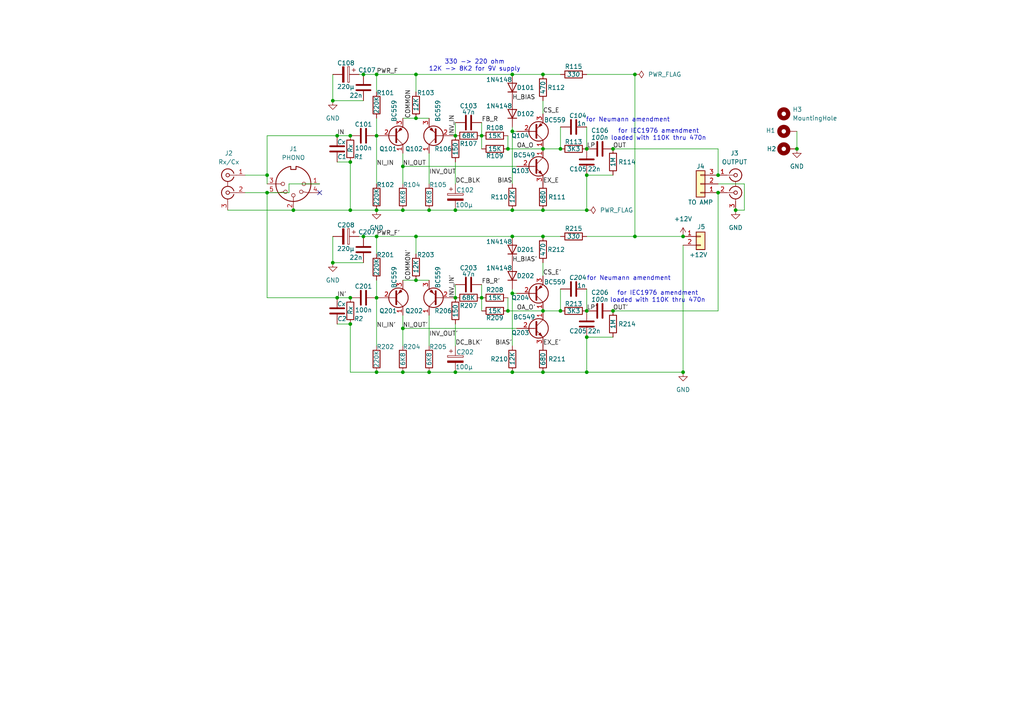
<source format=kicad_sch>
(kicad_sch (version 20231120) (generator "eeschema") (generator_version "8.0")
  (paper "A4")
  (title_block (title "103 phono preamp") (date "2025-02-12") (rev "v1") (company "TuchAudio @zuiko21"))
  (lib_symbols
    (symbol "Connector:Conn_Coaxial_x2" (pin_names (offset 1.016) hide)
      (property "Reference" "J" (at 0 5.715 0))
      (property "Value" "Conn_Coaxial_x2" (at 2.921 0 90))
      (symbol "Conn_Coaxial_x2_0_1"
        (arc (start -1.778 -3.048) (mid 0.2311 -4.3466) (end 1.778 -2.54) (stroke (width 0.254)))
        (arc (start -1.778 2.032) (mid 0.2311 0.7334) (end 1.778 2.54) (stroke (width 0.254)))
        (circle (center 0 -2.54) (radius 0.508) (stroke (width 0.2032)))
        (polyline (pts (xy -2.54 -2.54) (xy -0.508 -2.54)))
        (polyline (pts (xy -2.54 2.54) (xy -0.508 2.54)))
        (polyline (pts (xy 0 -5.08) (xy 0 -4.318)))
        (polyline (pts (xy 0 0.762) (xy 0 -0.635)))
        (circle (center 0 2.54) (radius 0.508) (stroke (width 0.2032)))
        (arc (start 1.778 -2.54) (mid 0.2099 -0.7299) (end -1.778 -2.032) (stroke (width 0.254)))
        (arc (start 1.778 2.54) (mid 0.2099 4.3501) (end -1.778 3.048) (stroke (width 0.254)))
      )
      (symbol "Conn_Coaxial_x2_1_1"
        (pin passive line (at -5.08 2.54 0) (length 2.54) (name "IN1") (number "1"))
        (pin passive line (at -5.08 -2.54 0) (length 2.54) (name "IN2") (number "2"))
        (pin passive line (at 0 -7.62 90) (length 2.54) (name "EXT") (number "3"))
      )
    )
    (symbol "Connector:DIN-5_180degree" (pin_names (offset 1.016))
      (property "Reference" "J" (at 3.175 5.715 0))
      (property "Value" "DIN-5_180degree" (at 0 -6.35 0))
      (symbol "DIN-5_180degree_0_1"
        (arc (start -5.08 0) (mid -3.8609 -3.3364) (end -0.762 -5.08) (stroke (width 0.254)))
        (circle (center -3.048 0) (radius 0.508))
        (circle (center -2.286 2.286) (radius 0.508))
        (polyline (pts (xy -5.08 0) (xy -3.556 0)))
        (polyline (pts (xy 0 5.08) (xy 0 3.81)))
        (polyline (pts (xy 5.08 0) (xy 3.556 0)))
        (polyline (pts (xy -5.08 2.54) (xy -4.318 2.54) (xy -2.794 2.286)))
        (polyline (pts (xy 5.08 2.54) (xy 4.318 2.54) (xy 2.794 2.286)))
        (polyline (pts (xy -0.762 -4.953) (xy -0.762 -4.191) (xy 0.762 -4.191) (xy 0.762 -4.953)) (stroke (width 0.254)))
        (circle (center 0 3.302) (radius 0.508))
        (arc (start 0.762 -5.08) (mid 3.8685 -3.343) (end 5.08 0) (stroke (width 0.254)))
        (circle (center 2.286 2.286) (radius 0.508))
        (circle (center 3.048 0) (radius 0.508))
        (arc (start 5.08 0) (mid 0 5.0579) (end -5.08 0) (stroke (width 0.254)))
      )
      (symbol "DIN-5_180degree_1_1"
        (pin passive line (at -7.62 0 0) (length 2.54) (name "~") (number "1"))
        (pin passive line (at 0 7.62 270) (length 2.54) (name "~") (number "2"))
        (pin passive line (at 7.62 0 180) (length 2.54) (name "~") (number "3"))
        (pin passive line (at -7.62 2.54 0) (length 2.54) (name "~") (number "4"))
        (pin passive line (at 7.62 2.54 180) (length 2.54) (name "~") (number "5"))
      )
    )
    (symbol "Connector_Generic:Conn_01x02" (pin_names (offset 1.016) hide)
      (property "Reference" "J" (at 0 2.54 0))
      (property "Value" "Conn_01x02" (at 0 -5.08 0))
      (symbol "Conn_01x02_1_1"
        (rectangle (start -1.27 -2.413) (end 0 -2.667) (stroke (width 0.1524)))
        (rectangle (start -1.27 0.127) (end 0 -0.127) (stroke (width 0.1524)))
        (rectangle (start -1.27 1.27) (end 1.27 -3.81) (stroke (width 0.254)) (fill (type background)))
        (pin passive line (at -5.08 0 0) (length 3.81) (name "Pin_1") (number "1"))
        (pin passive line (at -5.08 -2.54 0) (length 3.81) (name "Pin_2") (number "2"))
      )
    )
    (symbol "Connector_Generic:Conn_01x03" (pin_names (offset 1.016) hide)
      (property "Reference" "J" (at 0 5.08 0))
      (property "Value" "Conn_01x03" (at 0 -5.08 0))
      (symbol "Conn_01x03_1_1"
        (rectangle (start -1.27 -2.413) (end 0 -2.667) (stroke (width 0.1524)))
        (rectangle (start -1.27 0.127) (end 0 -0.127) (stroke (width 0.1524)))
        (rectangle (start -1.27 2.667) (end 0 2.413) (stroke (width 0.1524)))
        (rectangle (start -1.27 3.81) (end 1.27 -3.81) (stroke (width 0.254)) (fill (type background)))
        (pin passive line (at -5.08 2.54 0) (length 3.81) (name "Pin_1") (number "1"))
        (pin passive line (at -5.08 0 0) (length 3.81) (name "Pin_2") (number "2"))
        (pin passive line (at -5.08 -2.54 0) (length 3.81) (name "Pin_3") (number "3"))
      )
    )
    (symbol "Device:C" (pin_numbers hide) (pin_names (offset 0.254))
      (property "Reference" "C" (at 0.635 2.54 0))
      (property "Value" "C" (at 0.635 -2.54 0))
      (symbol "C_0_1"
        (polyline (pts (xy -2.032 -0.762) (xy 2.032 -0.762)) (stroke (width 0.508)))
        (polyline (pts (xy -2.032 0.762) (xy 2.032 0.762)) (stroke (width 0.508)))
      )
      (symbol "C_1_1"
        (pin passive line (at 0 3.81 270) (length 2.794) (name "~") (number "1"))
        (pin passive line (at 0 -3.81 90) (length 2.794) (name "~") (number "2"))
      )
    )
    (symbol "Device:C_Polarized" (pin_numbers hide) (pin_names (offset 0.254))
      (property "Reference" "C" (at 0.635 2.54 0))
      (property "Value" "C_Polarized" (at 0.635 -2.54 0))
      (symbol "C_Polarized_0_1"
        (rectangle (start -2.286 0.508) (end 2.286 1.016))
        (polyline (pts (xy -1.778 2.286) (xy -0.762 2.286)))
        (polyline (pts (xy -1.27 2.794) (xy -1.27 1.778)))
        (rectangle (start 2.286 -0.508) (end -2.286 -1.016) (fill (type outline)))
      )
      (symbol "C_Polarized_1_1"
        (pin passive line (at 0 3.81 270) (length 2.794) (name "~") (number "1"))
        (pin passive line (at 0 -3.81 90) (length 2.794) (name "~") (number "2"))
      )
    )
    (symbol "Device:R" (pin_numbers hide) (pin_names (offset 0))
      (property "Reference" "R" (at 2.032 0 90))
      (property "Value" "R" (at 0 0 90))
      (symbol "R_0_1"
        (rectangle (start -1.016 -2.54) (end 1.016 2.54) (stroke (width 0.254)))
      )
      (symbol "R_1_1"
        (pin passive line (at 0 3.81 270) (length 1.27) (name "~") (number "1"))
        (pin passive line (at 0 -3.81 90) (length 1.27) (name "~") (number "2"))
      )
    )
    (symbol "Diode:1N4148" (pin_numbers hide) (pin_names hide)
      (property "Reference" "D" (at 0 2.54 0))
      (property "Value" "1N4148" (at 0 -2.54 0))
      (symbol "1N4148_0_1"
        (polyline (pts (xy -1.27 1.27) (xy -1.27 -1.27)) (stroke (width 0.254)))
        (polyline (pts (xy 1.27 0) (xy -1.27 0)))
        (polyline (pts (xy 1.27 1.27) (xy 1.27 -1.27) (xy -1.27 0) (xy 1.27 1.27)) (stroke (width 0.254)))
      )
      (symbol "1N4148_1_1"
        (pin passive line (at -3.81 0 0) (length 2.54) (name "K") (number "1"))
        (pin passive line (at 3.81 0 180) (length 2.54) (name "A") (number "2"))
      )
    )
    (symbol "Mechanical:MountingHole" (pin_names (offset 1.016)) (exclude_from_sim yes) (in_bom no)
      (property "Reference" "H" (at 0 5.08 0))
      (property "Value" "MountingHole" (at 0 3.175 0))
      (symbol "MountingHole_0_1"
        (circle (center 0 0) (radius 1.27) (stroke (width 1.27)))
      )
    )
    (symbol "Mechanical:MountingHole_Pad" (pin_numbers hide) (pin_names (offset 1.016) hide) (exclude_from_sim yes) (in_bom no)
      (property "Reference" "H" (at 0 6.35 0))
      (property "Value" "MountingHole_Pad" (at 0 4.445 0))
      (symbol "MountingHole_Pad_0_1"
        (circle (center 0 1.27) (radius 1.27) (stroke (width 1.27)))
      )
      (symbol "MountingHole_Pad_1_1"
        (pin input line (at 0 -2.54 90) (length 2.54) (name "1") (number "1"))
      )
    )
    (symbol "Transistor_BJT:BC549" (pin_names (offset 0) hide)
      (property "Reference" "Q" (at 5.08 1.905 0))
      (property "Value" "BC549" (at 5.08 0 0))
      (symbol "BC549_0_1"
        (polyline (pts (xy 0 0) (xy 0.635 0)))
        (polyline (pts (xy 0.635 0.635) (xy 2.54 2.54)))
        (polyline (pts (xy 0.635 -0.635) (xy 2.54 -2.54) (xy 2.54 -2.54)))
        (polyline (pts (xy 0.635 1.905) (xy 0.635 -1.905) (xy 0.635 -1.905)) (stroke (width 0.508)))
        (polyline (pts (xy 1.27 -1.778) (xy 1.778 -1.27) (xy 2.286 -2.286) (xy 1.27 -1.778) (xy 1.27 -1.778)) (fill (type outline)))
        (circle (center 1.27 0) (radius 2.8194) (stroke (width 0.254)))
      )
      (symbol "BC549_1_1"
        (pin passive line (at 2.54 5.08 270) (length 2.54) (name "C") (number "1"))
        (pin input line (at -5.08 0 0) (length 5.08) (name "B") (number "2"))
        (pin passive line (at 2.54 -5.08 90) (length 2.54) (name "E") (number "3"))
      )
    )
    (symbol "Transistor_BJT:BC559" (pin_names (offset 0) hide)
      (property "Reference" "Q" (at 5.08 1.905 0))
      (property "Value" "BC559" (at 5.08 0 0))
      (symbol "BC559_0_1"
        (polyline (pts (xy 0.635 0.635) (xy 2.54 2.54)))
        (polyline (pts (xy 0.635 -0.635) (xy 2.54 -2.54) (xy 2.54 -2.54)))
        (polyline (pts (xy 0.635 1.905) (xy 0.635 -1.905) (xy 0.635 -1.905)) (stroke (width 0.508)))
        (polyline (pts (xy 2.286 -1.778) (xy 1.778 -2.286) (xy 1.27 -1.27) (xy 2.286 -1.778) (xy 2.286 -1.778)) (fill (type outline)))
        (circle (center 1.27 0) (radius 2.8194) (stroke (width 0.254)))
      )
      (symbol "BC559_1_1"
        (pin passive line (at 2.54 5.08 270) (length 2.54) (name "C") (number "1"))
        (pin input line (at -5.08 0 0) (length 5.715) (name "B") (number "2"))
        (pin passive line (at 2.54 -5.08 90) (length 2.54) (name "E") (number "3"))
      )
    )
    (symbol "power:+12V" (power) (pin_numbers hide) (pin_names (offset 0) hide)
      (property "Value" "+12V" (at 0 3.556 0))
      (symbol "+12V_0_1"
        (polyline (pts (xy -0.762 1.27) (xy 0 2.54)))
        (polyline (pts (xy 0 0) (xy 0 2.54)))
        (polyline (pts (xy 0 2.54) (xy 0.762 1.27)))
      )
      (symbol "+12V_1_1"
        (pin power_in line (at 0 0 90) (length 0) (name "~") (number "1"))
      )
    )
    (symbol "power:GND" (power) (pin_numbers hide) (pin_names (offset 0) hide)
      (property "Value" "GND" (at 0 -3.81 0))
      (symbol "GND_0_1"
        (polyline (pts (xy 0 0) (xy 0 -1.27) (xy 1.27 -1.27) (xy 0 -2.54) (xy -1.27 -1.27) (xy 0 -1.27)))
      )
      (symbol "GND_1_1"
        (pin power_in line (at 0 0 270) (length 0) (name "~") (number "1"))
      )
    )
    (symbol "power:PWR_FLAG" (power) (pin_numbers hide) (pin_names (offset 0) hide)
      (property "Value" "PWR_FLAG" (at 0 3.81 0))
      (symbol "PWR_FLAG_0_0"
        (pin power_out line (at 0 0 90) (length 0) (name "~") (number "1"))
      )
      (symbol "PWR_FLAG_0_1"
        (polyline (pts (xy 0 0) (xy 0 1.27) (xy -1.016 1.905) (xy 0 2.54) (xy 1.016 1.905) (xy 0 1.27)))
      )
    )
  )
  (junction (at 124.46 107.95))
  (junction (at 139.7 86.36))
  (junction (at 109.22 86.36))
  (junction (at 184.15 68.58))
  (junction (at 101.6 60.96))
  (junction (at 116.84 95.25))
  (junction (at 148.59 60.96))
  (junction (at 157.48 107.95))
  (junction (at 132.08 60.96))
  (junction (at 148.59 107.95))
  (junction (at 132.08 86.36))
  (junction (at 157.48 21.59))
  (junction (at 148.59 21.59))
  (junction (at 147.32 43.18))
  (junction (at 157.48 68.58))
  (junction (at 120.65 81.28))
  (junction (at 124.46 60.96))
  (junction (at 109.22 39.37))
  (junction (at 148.59 85.09))
  (junction (at 101.6 46.99))
  (junction (at 109.22 60.96))
  (junction (at 170.18 107.95))
  (junction (at 97.79 86.36))
  (junction (at 109.22 21.59))
  (junction (at 105.41 68.58))
  (junction (at 139.7 39.37))
  (junction (at 109.22 107.95))
  (junction (at 109.22 68.58))
  (junction (at 132.08 39.37))
  (junction (at 162.56 90.17))
  (junction (at 132.08 107.95))
  (junction (at 105.41 21.59))
  (junction (at 170.18 60.96))
  (junction (at 157.48 43.18))
  (junction (at 208.28 55.88))
  (junction (at 231.14 43.18))
  (junction (at 198.12 68.58))
  (junction (at 116.84 48.26))
  (junction (at 177.8 43.18))
  (junction (at 157.48 60.96))
  (junction (at 177.8 90.17))
  (junction (at 101.6 93.98))
  (junction (at 96.52 29.21))
  (junction (at 148.59 38.1))
  (junction (at 120.65 34.29))
  (junction (at 170.18 97.79))
  (junction (at 97.79 39.37))
  (junction (at 162.56 43.18))
  (junction (at 101.6 86.36))
  (junction (at 96.52 76.2))
  (junction (at 77.47 55.88))
  (junction (at 208.28 50.8))
  (junction (at 120.65 21.59))
  (junction (at 116.84 60.96))
  (junction (at 157.48 90.17))
  (junction (at 120.65 68.58))
  (junction (at 77.47 50.8))
  (junction (at 148.59 68.58))
  (junction (at 213.36 60.96))
  (junction (at 170.18 43.18))
  (junction (at 147.32 90.17))
  (junction (at 116.84 107.95))
  (junction (at 85.09 60.96))
  (junction (at 101.6 39.37))
  (junction (at 170.18 50.8))
  (junction (at 184.15 21.59))
  (junction (at 170.18 90.17))
  (junction (at 198.12 107.95))
  (no_connect (at 92.71 55.88))
  (wire (pts (xy 124.46 91.44) (xy 124.46 100.33)))
  (wire (pts (xy 170.18 36.83) (xy 170.18 43.18)))
  (wire (pts (xy 104.14 68.58) (xy 105.41 68.58)))
  (wire (pts (xy 148.59 83.82) (xy 148.59 85.09)))
  (wire (pts (xy 147.32 90.17) (xy 157.48 90.17)))
  (wire (pts (xy 215.9 60.96) (xy 213.36 60.96)))
  (wire (pts (xy 147.32 39.37) (xy 147.32 43.18)))
  (wire (pts (xy 83.82 55.88) (xy 83.82 53.34)))
  (wire (pts (xy 162.56 21.59) (xy 157.48 21.59)))
  (wire (pts (xy 105.41 21.59) (xy 109.22 21.59)))
  (wire (pts (xy 184.15 21.59) (xy 170.18 21.59)))
  (wire (pts (xy 77.47 55.88) (xy 83.82 55.88)))
  (wire (pts (xy 116.84 95.25) (xy 149.86 95.25)))
  (wire (pts (xy 148.59 38.1) (xy 148.59 53.34)))
  (wire (pts (xy 101.6 107.95) (xy 109.22 107.95)))
  (wire (pts (xy 162.56 68.58) (xy 157.48 68.58)))
  (wire (pts (xy 83.82 53.34) (xy 92.71 53.34)))
  (wire (pts (xy 184.15 68.58) (xy 184.15 21.59)))
  (wire (pts (xy 116.84 48.26) (xy 149.86 48.26)))
  (wire (pts (xy 139.7 82.55) (xy 139.7 86.36)))
  (wire (pts (xy 77.47 55.88) (xy 77.47 86.36)))
  (wire (pts (xy 132.08 93.98) (xy 132.08 100.33)))
  (wire (pts (xy 148.59 85.09) (xy 148.59 100.33)))
  (wire (pts (xy 109.22 68.58) (xy 120.65 68.58)))
  (wire (pts (xy 170.18 97.79) (xy 170.18 107.95)))
  (wire (pts (xy 120.65 34.29) (xy 124.46 34.29)))
  (wire (pts (xy 157.48 76.2) (xy 157.48 80.01)))
  (wire (pts (xy 109.22 21.59) (xy 109.22 26.67)))
  (wire (pts (xy 116.84 60.96) (xy 124.46 60.96)))
  (wire (pts (xy 77.47 86.36) (xy 97.79 86.36)))
  (wire (pts (xy 132.08 35.56) (xy 132.08 39.37)))
  (wire (pts (xy 157.48 29.21) (xy 157.48 33.02)))
  (wire (pts (xy 184.15 68.58) (xy 198.12 68.58)))
  (wire (pts (xy 120.65 21.59) (xy 148.59 21.59)))
  (wire (pts (xy 162.56 36.83) (xy 162.56 43.18)))
  (wire (pts (xy 109.22 68.58) (xy 109.22 73.66)))
  (wire (pts (xy 162.56 83.82) (xy 162.56 90.17)))
  (wire (pts (xy 170.18 50.8) (xy 170.18 60.96)))
  (wire (pts (xy 139.7 39.37) (xy 139.7 43.18)))
  (wire (pts (xy 101.6 93.98) (xy 101.6 107.95)))
  (wire (pts (xy 116.84 81.28) (xy 120.65 81.28)))
  (wire (pts (xy 208.28 90.17) (xy 177.8 90.17)))
  (wire (pts (xy 120.65 68.58) (xy 120.65 73.66)))
  (wire (pts (xy 139.7 35.56) (xy 139.7 39.37)))
  (wire (pts (xy 109.22 21.59) (xy 120.65 21.59)))
  (wire (pts (xy 157.48 107.95) (xy 170.18 107.95)))
  (wire (pts (xy 148.59 107.95) (xy 157.48 107.95)))
  (wire (pts (xy 101.6 60.96) (xy 109.22 60.96)))
  (wire (pts (xy 147.32 43.18) (xy 157.48 43.18)))
  (wire (pts (xy 101.6 46.99) (xy 101.6 60.96)))
  (wire (pts (xy 198.12 71.12) (xy 198.12 107.95)))
  (wire (pts (xy 198.12 107.95) (xy 170.18 107.95)))
  (wire (pts (xy 148.59 38.1) (xy 149.86 38.1)))
  (wire (pts (xy 96.52 29.21) (xy 96.52 21.59)))
  (wire (pts (xy 170.18 90.17) (xy 170.18 83.82)))
  (wire (pts (xy 109.22 34.29) (xy 109.22 39.37)))
  (wire (pts (xy 116.84 34.29) (xy 120.65 34.29)))
  (wire (pts (xy 139.7 86.36) (xy 139.7 90.17)))
  (wire (pts (xy 132.08 82.55) (xy 132.08 86.36)))
  (wire (pts (xy 124.46 60.96) (xy 132.08 60.96)))
  (wire (pts (xy 97.79 86.36) (xy 101.6 86.36)))
  (wire (pts (xy 208.28 53.34) (xy 215.9 53.34)))
  (wire (pts (xy 177.8 43.18) (xy 208.28 43.18)))
  (wire (pts (xy 170.18 97.79) (xy 177.8 97.79)))
  (wire (pts (xy 116.84 44.45) (xy 116.84 48.26)))
  (wire (pts (xy 97.79 39.37) (xy 101.6 39.37)))
  (wire (pts (xy 97.79 93.98) (xy 101.6 93.98)))
  (wire (pts (xy 116.84 107.95) (xy 124.46 107.95)))
  (wire (pts (xy 162.56 43.18) (xy 157.48 43.18)))
  (wire (pts (xy 120.65 81.28) (xy 124.46 81.28)))
  (wire (pts (xy 77.47 50.8) (xy 77.47 39.37)))
  (wire (pts (xy 109.22 81.28) (xy 109.22 86.36)))
  (wire (pts (xy 157.48 60.96) (xy 170.18 60.96)))
  (wire (pts (xy 132.08 60.96) (xy 148.59 60.96)))
  (wire (pts (xy 132.08 46.99) (xy 132.08 53.34)))
  (wire (pts (xy 96.52 29.21) (xy 105.41 29.21)))
  (wire (pts (xy 109.22 60.96) (xy 116.84 60.96)))
  (wire (pts (xy 208.28 43.18) (xy 208.28 50.8)))
  (wire (pts (xy 124.46 107.95) (xy 132.08 107.95)))
  (wire (pts (xy 148.59 36.83) (xy 148.59 38.1)))
  (wire (pts (xy 66.04 60.96) (xy 85.09 60.96)))
  (wire (pts (xy 71.12 55.88) (xy 77.47 55.88)))
  (wire (pts (xy 104.14 21.59) (xy 105.41 21.59)))
  (wire (pts (xy 116.84 95.25) (xy 116.84 100.33)))
  (wire (pts (xy 109.22 86.36) (xy 109.22 100.33)))
  (wire (pts (xy 77.47 39.37) (xy 97.79 39.37)))
  (wire (pts (xy 162.56 90.17) (xy 157.48 90.17)))
  (wire (pts (xy 97.79 46.99) (xy 101.6 46.99)))
  (wire (pts (xy 170.18 50.8) (xy 177.8 50.8)))
  (wire (pts (xy 109.22 39.37) (xy 109.22 53.34)))
  (wire (pts (xy 148.59 21.59) (xy 157.48 21.59)))
  (wire (pts (xy 215.9 53.34) (xy 215.9 60.96)))
  (wire (pts (xy 116.84 91.44) (xy 116.84 95.25)))
  (wire (pts (xy 105.41 68.58) (xy 109.22 68.58)))
  (wire (pts (xy 170.18 68.58) (xy 184.15 68.58)))
  (wire (pts (xy 120.65 68.58) (xy 148.59 68.58)))
  (wire (pts (xy 148.59 107.95) (xy 132.08 107.95)))
  (wire (pts (xy 147.32 86.36) (xy 147.32 90.17)))
  (wire (pts (xy 124.46 44.45) (xy 124.46 53.34)))
  (wire (pts (xy 120.65 21.59) (xy 120.65 26.67)))
  (wire (pts (xy 231.14 38.1) (xy 231.14 43.18)))
  (wire (pts (xy 77.47 53.34) (xy 77.47 50.8)))
  (wire (pts (xy 96.52 76.2) (xy 96.52 68.58)))
  (wire (pts (xy 148.59 85.09) (xy 149.86 85.09)))
  (wire (pts (xy 109.22 107.95) (xy 116.84 107.95)))
  (wire (pts (xy 116.84 48.26) (xy 116.84 53.34)))
  (wire (pts (xy 85.09 60.96) (xy 101.6 60.96)))
  (wire (pts (xy 148.59 60.96) (xy 157.48 60.96)))
  (wire (pts (xy 208.28 55.88) (xy 208.28 90.17)))
  (wire (pts (xy 148.59 68.58) (xy 157.48 68.58)))
  (wire (pts (xy 96.52 76.2) (xy 105.41 76.2)))
  (wire (pts (xy 71.12 50.8) (xy 77.47 50.8)))
  (text "for Neumann amendment" (at 182.118 34.798 0) (effects (font (size 1.27 1.27))))
  (text "for IEC1976 amendment\nloaded with 110K thru 470n" (at 190.754 86.106 0) (effects (font (size 1.27 1.27))))
  (text "for IEC1976 amendment\nloaded with 110K thru 470n" (at 191.008 39.116 0) (effects (font (size 1.27 1.27))))
  (text "330 -> 220 ohm\n12K -> 8K2 for 9V supply" (at 137.668 19.05 0) (effects (font (size 1.27 1.27))))
  (text "for Neumann amendment" (at 182.372 80.772 0) (effects (font (size 1.27 1.27))))
  (label "H_BIAS" (at 148.59 29.21 0))
  (label "OA_O'" (at 149.86 90.17 0))
  (label "CS_E'" (at 157.48 80.01 0))
  (label "FB_R" (at 139.7 35.56 0))
  (label "INV_IN'" (at 132.08 86.36 90))
  (label "NI_OUT" (at 116.84 48.26 0))
  (label "DC_BLK'" (at 132.08 100.33 0))
  (label "OUT'" (at 177.8 90.17 0))
  (label "EX_E'" (at 157.48 100.33 0))
  (label "BIAS" (at 148.59 53.34 180))
  (label "FB_R'" (at 139.7 82.55 0))
  (label "H_BIAS'" (at 148.59 76.2 0))
  (label "EX_E" (at 157.48 53.34 0))
  (label "INV_OUT" (at 124.46 50.8 0))
  (label "IN" (at 97.79 39.37 0))
  (label "CS_E" (at 157.48 33.02 0))
  (label "INV_IN" (at 132.08 39.37 90))
  (label "PWR_F'" (at 109.22 68.58 0))
  (label "DC_BLK" (at 132.08 53.34 0))
  (label "LP'" (at 170.18 90.17 0))
  (label "IN'" (at 97.79 86.36 0))
  (label "BIAS'" (at 148.59 100.33 180))
  (label "COMMON'" (at 119.38 81.28 90))
  (label "NI_OUT'" (at 116.84 95.25 0))
  (label "NI_IN" (at 109.22 48.26 0))
  (label "OUT" (at 177.8 43.18 0))
  (label "NI_IN'" (at 109.22 95.25 0))
  (label "INV_OUT'" (at 124.46 97.79 0))
  (label "LP" (at 170.18 43.18 0))
  (label "OA_O" (at 149.86 43.18 0))
  (label "PWR_F" (at 109.22 21.59 0))
  (label "COMMON" (at 119.38 34.29 90))
  (symbol (lib_id "Diode:1N4148") (at 148.59 33.02 90) (unit 1)
    (property "Reference" "D102" (at 149.86 33.02 90) (effects (justify right)))
    (property "Value" "1N4148" (at 140.97 30.734 90) (effects (justify right)))
    (property "Footprint" "Diode_THT:D_DO-35_SOD27_P7.62mm_Horizontal" (effects (hide yes)))
    (property "Datasheet" "https://assets.nexperia.com/documents/data-sheet/1N4148_1N4448.pdf" (effects (hide yes)))
    (property "Description" "100V 0.15A standard switching diode, DO-35" (effects (hide yes)))
    (property "Sim.Device" "D" (effects (hide yes)))
    (property "Sim.Pins" "1=K 2=A" (effects (hide yes)))
  )
  (symbol (lib_id "Device:R") (at 101.6 43.18 0) (unit 1)
    (property "Reference" "R1" (at 102.616 45.466 0) (effects (font (italic yes)) (justify left)))
    (property "Value" "Rx" (at 101.6 43.18 90) (effects (font (italic yes))))
    (property "Footprint" "Connector_PinSocket_2.54mm:PinSocket_1x02_P2.54mm_Vertical" (effects (hide yes)))
    (property "Description" "Resistor" (effects (hide yes)))
  )
  (symbol (lib_id "Device:R") (at 120.65 30.48 0) (unit 1)
    (property "Reference" "R103" (at 120.904 26.924 0) (effects (justify left)))
    (property "Value" "12K" (at 120.65 30.48 90) (effects (font (italic yes))))
    (property "Footprint" "Resistor_THT:R_Axial_DIN0207_L6.3mm_D2.5mm_P10.16mm_Horizontal" (effects (hide yes)))
    (property "Description" "Resistor" (effects (hide yes)))
  )
  (symbol (lib_id "Device:C") (at 170.18 93.98 180) (unit 1)
    (property "Reference" "C205" (at 165.1 96.012 0) (effects (justify right)))
    (property "Value" "22n" (at 170.434 96.012 0) (effects (justify right)))
    (property "Footprint" "Capacitor_THT:C_Rect_L7.2mm_W2.5mm_P5.00mm_FKS2_FKP2_MKS2_MKP2" (effects (hide yes)))
    (property "Description" "Unpolarized capacitor" (effects (hide yes)))
  )
  (symbol (lib_id "Device:R") (at 166.37 21.59 90) (unit 1)
    (property "Reference" "R115" (at 166.37 19.304 90))
    (property "Value" "330" (at 166.37 21.59 90) (effects (font (italic yes))))
    (property "Footprint" "Resistor_THT:R_Axial_DIN0207_L6.3mm_D2.5mm_P10.16mm_Horizontal" (effects (hide yes)))
    (property "Description" "Resistor" (effects (hide yes)))
  )
  (symbol (lib_id "Transistor_BJT:BC549") (at 154.94 48.26 0) (unit 1)
    (property "Reference" "Q103" (at 148.336 49.53 0) (effects (justify left)))
    (property "Value" "BC549" (at 148.844 44.958 0) (effects (justify left)))
    (property "Footprint" "Package_TO_SOT_THT:TO-92_Inline" (effects (hide yes)))
    (property "Datasheet" "https://www.onsemi.com/pub/Collateral/BC550-D.pdf" (effects (hide yes)))
    (property "Description" "0.1A Ic, 30V Vce, Small Signal NPN Transistor, TO-92" (effects (hide yes)))
  )
  (symbol (lib_id "Device:R") (at 143.51 90.17 90) (unit 1)
    (property "Reference" "R209" (at 143.51 92.202 90))
    (property "Value" "15K" (at 143.51 90.17 90))
    (property "Footprint" "Resistor_THT:R_Axial_DIN0207_L6.3mm_D2.5mm_P10.16mm_Horizontal" (effects (hide yes)))
    (property "Description" "Resistor" (effects (hide yes)))
  )
  (symbol (lib_id "Device:C") (at 173.99 43.18 90) (unit 1)
    (property "Reference" "C106" (at 173.99 37.846 90))
    (property "Value" "100n" (at 173.99 39.878 90) (effects (font (italic yes))))
    (property "Footprint" "Capacitor_THT:C_Rect_L7.2mm_W2.5mm_P5.00mm_FKS2_FKP2_MKS2_MKP2" (effects (hide yes)))
    (property "Description" "Unpolarized capacitor" (effects (hide yes)))
  )
  (symbol (lib_id "Device:C") (at 173.99 90.17 90) (unit 1)
    (property "Reference" "C206" (at 173.99 84.836 90))
    (property "Value" "100n" (at 173.99 86.868 90) (effects (font (italic yes))))
    (property "Footprint" "Capacitor_THT:C_Rect_L7.2mm_W2.5mm_P5.00mm_FKS2_FKP2_MKS2_MKP2" (effects (hide yes)))
    (property "Description" "Unpolarized capacitor" (effects (hide yes)))
  )
  (symbol (lib_id "Device:R") (at 148.59 57.15 0) (unit 1)
    (property "Reference" "R110" (at 142.24 57.15 0) (effects (justify left)))
    (property "Value" "12K" (at 148.59 57.15 90) (effects (font (italic yes))))
    (property "Footprint" "Resistor_THT:R_Axial_DIN0207_L6.3mm_D2.5mm_P10.16mm_Horizontal" (effects (hide yes)))
    (property "Description" "Resistor" (effects (hide yes)))
  )
  (symbol (lib_id "power:PWR_FLAG") (at 184.15 21.59 270) (unit 1)
    (property "Reference" "#FLG01" (effects (hide yes)))
    (property "Value" "PWR_FLAG" (at 187.96 21.5899 90) (effects (justify left)))
    (property "Description" "Special symbol for telling ERC where power comes from" (effects (hide yes)))
  )
  (symbol (lib_id "Device:C") (at 105.41 86.36 90) (unit 1)
    (property "Reference" "C201" (at 105.41 83.058 90))
    (property "Value" "100n" (at 105.41 89.916 90))
    (property "Footprint" "Capacitor_THT:C_Rect_L7.2mm_W2.5mm_P5.00mm_FKS2_FKP2_MKS2_MKP2" (effects (hide yes)))
    (property "Description" "Unpolarized capacitor" (effects (hide yes)))
  )
  (symbol (lib_id "Device:R") (at 166.37 68.58 90) (unit 1)
    (property "Reference" "R215" (at 166.37 66.294 90))
    (property "Value" "330" (at 166.37 68.58 90) (effects (font (italic yes))))
    (property "Footprint" "Resistor_THT:R_Axial_DIN0207_L6.3mm_D2.5mm_P10.16mm_Horizontal" (effects (hide yes)))
    (property "Description" "Resistor" (effects (hide yes)))
  )
  (symbol (lib_id "Device:C") (at 170.18 46.99 180) (unit 1)
    (property "Reference" "C105" (at 165.1 49.022 0) (effects (justify right)))
    (property "Value" "22n" (at 170.434 49.022 0) (effects (justify right)))
    (property "Footprint" "Capacitor_THT:C_Rect_L7.2mm_W2.5mm_P5.00mm_FKS2_FKP2_MKS2_MKP2" (effects (hide yes)))
    (property "Description" "Unpolarized capacitor" (effects (hide yes)))
  )
  (symbol (lib_id "Connector:DIN-5_180degree") (at 85.09 53.34 180) (unit 1)
    (property "Reference" "J1" (at 85.0899 43.18 0))
    (property "Value" "PHONO" (at 85.0899 45.72 0))
    (property "Footprint" "durango:DIN 5-180deg" (effects (hide yes)))
    (property "Datasheet" "http://www.mouser.com/ds/2/18/40_c091_abd_e-75918.pdf" (effects (hide yes)))
    (property "Description" "5-pin DIN connector (5-pin DIN-5 stereo)" (effects (hide yes)))
  )
  (symbol (lib_id "power:GND") (at 109.22 60.96 0) (unit 1)
    (property "Reference" "#PWR01" (effects (hide yes)))
    (property "Value" "GND" (at 109.22 66.04 0))
    (property "Description" "Power symbol creates a global label with name \"GND\" , ground" (effects (hide yes)))
  )
  (symbol (lib_id "Device:C") (at 135.89 82.55 90) (unit 1)
    (property "Reference" "C203" (at 135.89 77.724 90))
    (property "Value" "47n" (at 135.89 79.502 90))
    (property "Footprint" "Capacitor_THT:C_Rect_L11.5mm_W2.0mm_P10.00mm_MKT" (effects (hide yes)))
    (property "Description" "Unpolarized capacitor" (effects (hide yes)))
  )
  (symbol (lib_id "Device:R") (at 109.22 30.48 0) (unit 1)
    (property "Reference" "R101" (at 109.22 26.924 0) (effects (justify left)))
    (property "Value" "220K" (at 109.22 30.48 90))
    (property "Footprint" "Resistor_THT:R_Axial_DIN0207_L6.3mm_D2.5mm_P10.16mm_Horizontal" (effects (hide yes)))
    (property "Description" "Resistor" (effects (hide yes)))
  )
  (symbol (lib_id "Diode:1N4148") (at 148.59 80.01 90) (unit 1)
    (property "Reference" "D202" (at 149.86 80.01 90) (effects (justify right)))
    (property "Value" "1N4148" (at 140.97 77.724 90) (effects (justify right)))
    (property "Footprint" "Diode_THT:D_DO-35_SOD27_P7.62mm_Horizontal" (effects (hide yes)))
    (property "Datasheet" "https://assets.nexperia.com/documents/data-sheet/1N4148_1N4448.pdf" (effects (hide yes)))
    (property "Description" "100V 0.15A standard switching diode, DO-35" (effects (hide yes)))
    (property "Sim.Device" "D" (effects (hide yes)))
    (property "Sim.Pins" "1=K 2=A" (effects (hide yes)))
  )
  (symbol (lib_id "Transistor_BJT:BC559") (at 114.3 86.36 0) (mirror x) (unit 1)
    (property "Reference" "Q201" (at 109.982 90.17 0) (effects (justify left)))
    (property "Value" "BC559" (at 114.3 77.216 90) (effects (justify left)))
    (property "Footprint" "Package_TO_SOT_THT:TO-92_Inline" (effects (hide yes)))
    (property "Datasheet" "https://www.onsemi.com/pub/Collateral/BC556BTA-D.pdf" (effects (hide yes)))
    (property "Description" "0.1A Ic, 30V Vce, PNP Small Signal Transistor, TO-92" (effects (hide yes)))
  )
  (symbol (lib_id "Device:C") (at 166.37 36.83 90) (unit 1)
    (property "Reference" "C104" (at 167.64 33.528 90) (effects (font (italic yes))))
    (property "Value" "1n" (at 168.656 35.814 90))
    (property "Footprint" "Capacitor_THT:C_Rect_L7.2mm_W2.5mm_P5.00mm_FKS2_FKP2_MKS2_MKP2" (effects (hide yes)))
    (property "Description" "Unpolarized capacitor" (effects (hide yes)))
  )
  (symbol (lib_id "Device:R") (at 135.89 39.37 90) (unit 1)
    (property "Reference" "R107" (at 135.89 41.656 90))
    (property "Value" "68K" (at 135.89 39.37 90))
    (property "Footprint" "Resistor_THT:R_Axial_DIN0207_L6.3mm_D2.5mm_P10.16mm_Horizontal" (effects (hide yes)))
    (property "Description" "Resistor" (effects (hide yes)))
  )
  (symbol (lib_id "Device:R") (at 124.46 57.15 0) (unit 1)
    (property "Reference" "R105" (at 124.46 53.594 0) (effects (justify left)))
    (property "Value" "6K8" (at 124.46 57.15 90))
    (property "Footprint" "Resistor_THT:R_Axial_DIN0207_L6.3mm_D2.5mm_P10.16mm_Horizontal" (effects (hide yes)))
    (property "Description" "Resistor" (effects (hide yes)))
  )
  (symbol (lib_id "Transistor_BJT:BC559") (at 154.94 38.1 0) (mirror x) (unit 1)
    (property "Reference" "Q104" (at 148.336 39.37 0) (effects (justify left)))
    (property "Value" "BC559" (at 157.734 34.798 0) (effects (justify left)))
    (property "Footprint" "Package_TO_SOT_THT:TO-92_Inline" (effects (hide yes)))
    (property "Datasheet" "https://www.onsemi.com/pub/Collateral/BC556BTA-D.pdf" (effects (hide yes)))
    (property "Description" "0.1A Ic, 30V Vce, PNP Small Signal Transistor, TO-92" (effects (hide yes)))
  )
  (symbol (lib_id "Device:R") (at 148.59 104.14 0) (unit 1)
    (property "Reference" "R210" (at 142.24 104.14 0) (effects (justify left)))
    (property "Value" "12K" (at 148.59 104.14 90) (effects (font (italic yes))))
    (property "Footprint" "Resistor_THT:R_Axial_DIN0207_L6.3mm_D2.5mm_P10.16mm_Horizontal" (effects (hide yes)))
    (property "Description" "Resistor" (effects (hide yes)))
  )
  (symbol (lib_id "Device:C") (at 105.41 39.37 90) (unit 1)
    (property "Reference" "C101" (at 105.41 36.068 90))
    (property "Value" "100n" (at 105.41 42.926 90))
    (property "Footprint" "Capacitor_THT:C_Rect_L7.2mm_W2.5mm_P5.00mm_FKS2_FKP2_MKS2_MKP2" (effects (hide yes)))
    (property "Description" "Unpolarized capacitor" (effects (hide yes)))
  )
  (symbol (lib_id "power:GND") (at 213.36 60.96 0) (unit 1)
    (property "Reference" "#PWR07" (effects (hide yes)))
    (property "Value" "GND" (at 213.36 66.04 0))
    (property "Description" "Power symbol creates a global label with name \"GND\" , ground" (effects (hide yes)))
  )
  (symbol (lib_id "Device:R") (at 109.22 77.47 0) (unit 1)
    (property "Reference" "R201" (at 109.22 73.914 0) (effects (justify left)))
    (property "Value" "220K" (at 109.22 77.47 90))
    (property "Footprint" "Resistor_THT:R_Axial_DIN0207_L6.3mm_D2.5mm_P10.16mm_Horizontal" (effects (hide yes)))
    (property "Description" "Resistor" (effects (hide yes)))
  )
  (symbol (lib_id "Device:C_Polarized") (at 100.33 68.58 270) (unit 1)
    (property "Reference" "C208" (at 100.33 65.278 90))
    (property "Value" "220µ" (at 100.33 72.136 90))
    (property "Footprint" "Capacitor_THT:CP_Radial_D6.3mm_P2.50mm" (effects (hide yes)))
    (property "Description" "Polarized capacitor" (effects (hide yes)))
  )
  (symbol (lib_id "Transistor_BJT:BC559") (at 127 39.37 180) (unit 1)
    (property "Reference" "Q102" (at 122.682 43.18 0) (effects (justify left)))
    (property "Value" "BC559" (at 127 28.956 90) (effects (justify left)))
    (property "Footprint" "Package_TO_SOT_THT:TO-92_Inline" (effects (hide yes)))
    (property "Datasheet" "https://www.onsemi.com/pub/Collateral/BC556BTA-D.pdf" (effects (hide yes)))
    (property "Description" "0.1A Ic, 30V Vce, PNP Small Signal Transistor, TO-92" (effects (hide yes)))
  )
  (symbol (lib_id "Transistor_BJT:BC559") (at 154.94 85.09 0) (mirror x) (unit 1)
    (property "Reference" "Q204" (at 148.336 86.36 0) (effects (justify left)))
    (property "Value" "BC559" (at 157.734 81.788 0) (effects (justify left)))
    (property "Footprint" "Package_TO_SOT_THT:TO-92_Inline" (effects (hide yes)))
    (property "Datasheet" "https://www.onsemi.com/pub/Collateral/BC556BTA-D.pdf" (effects (hide yes)))
    (property "Description" "0.1A Ic, 30V Vce, PNP Small Signal Transistor, TO-92" (effects (hide yes)))
  )
  (symbol (lib_id "Device:R") (at 166.37 90.17 90) (unit 1)
    (property "Reference" "R213" (at 166.37 88.138 90))
    (property "Value" "3K3" (at 166.37 90.17 90))
    (property "Footprint" "Resistor_THT:R_Axial_DIN0207_L6.3mm_D2.5mm_P10.16mm_Horizontal" (effects (hide yes)))
    (property "Description" "Resistor" (effects (hide yes)))
  )
  (symbol (lib_id "Device:R") (at 120.65 77.47 0) (unit 1)
    (property "Reference" "R203" (at 120.904 73.914 0) (effects (justify left)))
    (property "Value" "12K" (at 120.65 77.47 90) (effects (font (italic yes))))
    (property "Footprint" "Resistor_THT:R_Axial_DIN0207_L6.3mm_D2.5mm_P10.16mm_Horizontal" (effects (hide yes)))
    (property "Description" "Resistor" (effects (hide yes)))
  )
  (symbol (lib_id "Device:R") (at 177.8 46.99 0) (unit 1)
    (property "Reference" "R114" (at 179.324 46.99 0) (effects (justify left)))
    (property "Value" "1M" (at 177.8 46.99 90))
    (property "Footprint" "Resistor_THT:R_Axial_DIN0207_L6.3mm_D2.5mm_P10.16mm_Horizontal" (effects (hide yes)))
    (property "Description" "Resistor" (effects (hide yes)))
  )
  (symbol (lib_id "Connector:Conn_Coaxial_x2") (at 213.36 53.34 0) (unit 1)
    (property "Reference" "J3" (at 213.0426 44.45 0))
    (property "Value" "OUTPUT" (at 213.0426 46.99 0))
    (property "Footprint" "durango:2xRCA_vertical" (effects (hide yes)))
    (property "Description" "double coaxial connector (BNC, SMA, SMB, SMC, Cinch/RCA, LEMO, ...)" (effects (hide yes)))
  )
  (symbol (lib_id "Device:C_Polarized") (at 100.33 21.59 270) (unit 1)
    (property "Reference" "C108" (at 100.33 18.288 90))
    (property "Value" "220µ" (at 100.33 25.146 90))
    (property "Footprint" "Capacitor_THT:CP_Radial_D6.3mm_P2.50mm" (effects (hide yes)))
    (property "Description" "Polarized capacitor" (effects (hide yes)))
  )
  (symbol (lib_id "Device:R") (at 143.51 86.36 90) (unit 1)
    (property "Reference" "R208" (at 143.51 84.074 90))
    (property "Value" "15K" (at 143.51 86.36 90))
    (property "Footprint" "Resistor_THT:R_Axial_DIN0207_L6.3mm_D2.5mm_P10.16mm_Horizontal" (effects (hide yes)))
    (property "Description" "Resistor" (effects (hide yes)))
  )
  (symbol (lib_id "Device:R") (at 116.84 104.14 0) (unit 1)
    (property "Reference" "R204" (at 116.84 100.584 0) (effects (justify left)))
    (property "Value" "6K8" (at 116.84 104.14 90))
    (property "Footprint" "Resistor_THT:R_Axial_DIN0207_L6.3mm_D2.5mm_P10.16mm_Horizontal" (effects (hide yes)))
    (property "Description" "Resistor" (effects (hide yes)))
  )
  (symbol (lib_id "Device:C") (at 97.79 90.17 0) (unit 1)
    (property "Reference" "C2" (at 100.33 92.456 0) (effects (font (italic yes)) (justify right)))
    (property "Value" "Cx" (at 100.076 88.138 0) (effects (font (italic yes)) (justify right)))
    (property "Footprint" "Connector_PinSocket_2.54mm:PinSocket_1x02_P2.54mm_Vertical" (effects (hide yes)))
    (property "Description" "Unpolarized capacitor" (effects (hide yes)))
  )
  (symbol (lib_id "Device:R") (at 124.46 104.14 0) (unit 1)
    (property "Reference" "R205" (at 124.46 100.584 0) (effects (justify left)))
    (property "Value" "6K8" (at 124.46 104.14 90))
    (property "Footprint" "Resistor_THT:R_Axial_DIN0207_L6.3mm_D2.5mm_P10.16mm_Horizontal" (effects (hide yes)))
    (property "Description" "Resistor" (effects (hide yes)))
  )
  (symbol (lib_id "Device:R") (at 109.22 104.14 0) (unit 1)
    (property "Reference" "R202" (at 109.22 100.584 0) (effects (justify left)))
    (property "Value" "220K" (at 109.22 104.14 90))
    (property "Footprint" "Resistor_THT:R_Axial_DIN0207_L6.3mm_D2.5mm_P10.16mm_Horizontal" (effects (hide yes)))
    (property "Description" "Resistor" (effects (hide yes)))
  )
  (symbol (lib_id "Device:R") (at 157.48 25.4 0) (unit 1)
    (property "Reference" "R112" (at 158.75 25.4 0) (effects (justify left)))
    (property "Value" "470" (at 157.48 25.4 90))
    (property "Footprint" "Resistor_THT:R_Axial_DIN0207_L6.3mm_D2.5mm_P10.16mm_Horizontal" (effects (hide yes)))
    (property "Description" "Resistor" (effects (hide yes)))
  )
  (symbol (lib_id "power:GND") (at 96.52 29.21 0) (unit 1)
    (property "Reference" "#PWR03" (effects (hide yes)))
    (property "Value" "GND" (at 96.52 34.29 0))
    (property "Description" "Power symbol creates a global label with name \"GND\" , ground" (effects (hide yes)))
  )
  (symbol (lib_id "Device:C") (at 105.41 72.39 180) (unit 1)
    (property "Reference" "C207" (at 103.886 67.31 0) (effects (justify right)))
    (property "Value" "22n" (at 101.346 74.676 0) (effects (justify right)))
    (property "Footprint" "Capacitor_THT:C_Disc_D6.0mm_W2.5mm_P5.00mm" (effects (hide yes)))
    (property "Description" "Unpolarized capacitor" (effects (hide yes)))
  )
  (symbol (lib_id "Connector_Generic:Conn_01x02") (at 203.2 68.58 0) (unit 1)
    (property "Reference" "J5" (at 202.184 65.786 0) (effects (justify left)))
    (property "Value" "+12V" (at 199.898 73.914 0) (effects (justify left)))
    (property "Footprint" "Connector_PinHeader_2.54mm:PinHeader_1x02_P2.54mm_Horizontal" (effects (hide yes)))
    (property "Description" "Generic connector, single row, 01x02, script generated (kicad-library-utils/schlib/autogen/connector/)" (effects (hide yes)))
  )
  (symbol (lib_id "power:GND") (at 198.12 107.95 0) (unit 1)
    (property "Reference" "#PWR05" (effects (hide yes)))
    (property "Value" "GND" (at 198.12 113.03 0))
    (property "Description" "Power symbol creates a global label with name \"GND\" , ground" (effects (hide yes)))
  )
  (symbol (lib_id "Device:C_Polarized") (at 132.08 57.15 0) (unit 1)
    (property "Reference" "C102" (at 132.334 55.118 0) (effects (justify left)))
    (property "Value" "100µ" (at 132.08 59.436 0) (effects (justify left)))
    (property "Footprint" "Capacitor_THT:CP_Radial_D4.0mm_P1.50mm" (effects (hide yes)))
    (property "Description" "Polarized capacitor" (effects (hide yes)))
  )
  (symbol (lib_id "Device:C") (at 135.89 35.56 90) (unit 1)
    (property "Reference" "C103" (at 135.89 30.734 90))
    (property "Value" "47n" (at 135.89 32.512 90))
    (property "Footprint" "Capacitor_THT:C_Rect_L11.5mm_W2.0mm_P10.00mm_MKT" (effects (hide yes)))
    (property "Description" "Unpolarized capacitor" (effects (hide yes)))
  )
  (symbol (lib_id "Mechanical:MountingHole_Pad") (at 228.6 43.18 90) (unit 1) (exclude_from_sim yes) (in_bom no)
    (property "Reference" "H2" (at 223.774 43.18 90))
    (property "Value" "MountingHole_Pad" (effects (hide yes)))
    (property "Footprint" "MountingHole:MountingHole_3.2mm_M3_DIN965_Pad" (effects (hide yes)))
    (property "Description" "Mounting Hole with connection" (effects (hide yes)))
  )
  (symbol (lib_id "Device:C") (at 105.41 25.4 180) (unit 1)
    (property "Reference" "C107" (at 103.886 20.32 0) (effects (justify right)))
    (property "Value" "22n" (at 101.346 27.686 0) (effects (justify right)))
    (property "Footprint" "Capacitor_THT:C_Disc_D6.0mm_W2.5mm_P5.00mm" (effects (hide yes)))
    (property "Description" "Unpolarized capacitor" (effects (hide yes)))
  )
  (symbol (lib_id "Transistor_BJT:BC559") (at 114.3 39.37 0) (mirror x) (unit 1)
    (property "Reference" "Q101" (at 109.982 43.18 0) (effects (justify left)))
    (property "Value" "BC559" (at 114.3 28.956 90) (effects (justify left)))
    (property "Footprint" "Package_TO_SOT_THT:TO-92_Inline" (effects (hide yes)))
    (property "Datasheet" "https://www.onsemi.com/pub/Collateral/BC556BTA-D.pdf" (effects (hide yes)))
    (property "Description" "0.1A Ic, 30V Vce, PNP Small Signal Transistor, TO-92" (effects (hide yes)))
  )
  (symbol (lib_id "Device:R") (at 157.48 104.14 0) (unit 1)
    (property "Reference" "R211" (at 159.004 104.14 0) (effects (justify left)))
    (property "Value" "680" (at 157.48 104.14 90))
    (property "Footprint" "Resistor_THT:R_Axial_DIN0207_L6.3mm_D2.5mm_P10.16mm_Horizontal" (effects (hide yes)))
    (property "Description" "Resistor" (effects (hide yes)))
  )
  (symbol (lib_id "Mechanical:MountingHole") (at 227.33 33.02 0) (unit 1) (exclude_from_sim yes) (in_bom no)
    (property "Reference" "H3" (at 229.87 31.7499 0) (effects (justify left)))
    (property "Value" "MountingHole" (at 229.87 34.2899 0) (effects (justify left)))
    (property "Footprint" "MountingHole:MountingHole_3.2mm_M3" (effects (hide yes)))
    (property "Description" "Mounting Hole without connection" (effects (hide yes)))
  )
  (symbol (lib_id "power:GND") (at 96.52 76.2 0) (unit 1)
    (property "Reference" "#PWR04" (effects (hide yes)))
    (property "Value" "GND" (at 96.52 81.28 0))
    (property "Description" "Power symbol creates a global label with name \"GND\" , ground" (effects (hide yes)))
  )
  (symbol (lib_id "Device:R") (at 143.51 43.18 90) (unit 1)
    (property "Reference" "R109" (at 143.51 45.212 90))
    (property "Value" "15K" (at 143.51 43.18 90))
    (property "Footprint" "Resistor_THT:R_Axial_DIN0207_L6.3mm_D2.5mm_P10.16mm_Horizontal" (effects (hide yes)))
    (property "Description" "Resistor" (effects (hide yes)))
  )
  (symbol (lib_id "Diode:1N4148") (at 148.59 25.4 90) (unit 1)
    (property "Reference" "D101" (at 149.86 25.4 90) (effects (justify right)))
    (property "Value" "1N4148" (at 140.97 23.114 90) (effects (justify right)))
    (property "Footprint" "Diode_THT:D_DO-35_SOD27_P7.62mm_Horizontal" (effects (hide yes)))
    (property "Datasheet" "https://assets.nexperia.com/documents/data-sheet/1N4148_1N4448.pdf" (effects (hide yes)))
    (property "Description" "100V 0.15A standard switching diode, DO-35" (effects (hide yes)))
    (property "Sim.Device" "D" (effects (hide yes)))
    (property "Sim.Pins" "1=K 2=A" (effects (hide yes)))
  )
  (symbol (lib_id "Device:C") (at 166.37 83.82 90) (unit 1)
    (property "Reference" "C204" (at 167.64 80.518 90) (effects (font (italic yes))))
    (property "Value" "1n" (at 168.656 82.804 90))
    (property "Footprint" "Capacitor_THT:C_Rect_L7.2mm_W2.5mm_P5.00mm_FKS2_FKP2_MKS2_MKP2" (effects (hide yes)))
    (property "Description" "Unpolarized capacitor" (effects (hide yes)))
  )
  (symbol (lib_id "Connector:Conn_Coaxial_x2") (at 66.04 53.34 0) (mirror y) (unit 1)
    (property "Reference" "J2" (at 66.3574 44.45 0))
    (property "Value" "Rx/Cx" (at 66.3574 46.99 0))
    (property "Footprint" "durango:2xRCA_vertical" (effects (hide yes)))
    (property "Description" "double coaxial connector (BNC, SMA, SMB, SMC, Cinch/RCA, LEMO, ...)" (effects (hide yes)))
  )
  (symbol (lib_id "Device:C") (at 97.79 43.18 0) (unit 1)
    (property "Reference" "C1" (at 100.33 45.466 0) (effects (font (italic yes)) (justify right)))
    (property "Value" "Cx" (at 100.076 41.148 0) (effects (font (italic yes)) (justify right)))
    (property "Footprint" "Connector_PinSocket_2.54mm:PinSocket_1x02_P2.54mm_Vertical" (effects (hide yes)))
    (property "Description" "Unpolarized capacitor" (effects (hide yes)))
  )
  (symbol (lib_id "Device:C_Polarized") (at 132.08 104.14 0) (unit 1)
    (property "Reference" "C202" (at 132.334 102.108 0) (effects (justify left)))
    (property "Value" "100µ" (at 132.08 106.426 0) (effects (justify left)))
    (property "Footprint" "Capacitor_THT:CP_Radial_D4.0mm_P1.50mm" (effects (hide yes)))
    (property "Description" "Polarized capacitor" (effects (hide yes)))
  )
  (symbol (lib_id "Device:R") (at 132.08 90.17 0) (unit 1)
    (property "Reference" "R206" (at 125.984 90.17 0) (effects (justify left)))
    (property "Value" "150" (at 132.08 90.17 90))
    (property "Footprint" "Resistor_THT:R_Axial_DIN0207_L6.3mm_D2.5mm_P10.16mm_Horizontal" (effects (hide yes)))
    (property "Description" "Resistor" (effects (hide yes)))
  )
  (symbol (lib_id "Device:R") (at 101.6 90.17 0) (unit 1)
    (property "Reference" "R2" (at 102.616 92.456 0) (effects (font (italic yes)) (justify left)))
    (property "Value" "Rx" (at 101.6 90.17 90) (effects (font (italic yes))))
    (property "Footprint" "Connector_PinSocket_2.54mm:PinSocket_1x02_P2.54mm_Vertical" (effects (hide yes)))
    (property "Description" "Resistor" (effects (hide yes)))
  )
  (symbol (lib_id "Device:R") (at 116.84 57.15 0) (unit 1)
    (property "Reference" "R104" (at 116.84 53.594 0) (effects (justify left)))
    (property "Value" "6K8" (at 116.84 57.15 90))
    (property "Footprint" "Resistor_THT:R_Axial_DIN0207_L6.3mm_D2.5mm_P10.16mm_Horizontal" (effects (hide yes)))
    (property "Description" "Resistor" (effects (hide yes)))
  )
  (symbol (lib_id "power:+12V") (at 198.12 68.58 0) (unit 1)
    (property "Reference" "#PWR06" (effects (hide yes)))
    (property "Value" "+12V" (at 198.12 63.5 0))
    (property "Description" "Power symbol creates a global label with name \"+12V\"" (effects (hide yes)))
  )
  (symbol (lib_id "power:GND") (at 231.14 43.18 0) (unit 1)
    (property "Reference" "#PWR02" (effects (hide yes)))
    (property "Value" "GND" (at 231.14 48.26 0))
    (property "Description" "Power symbol creates a global label with name \"GND\" , ground" (effects (hide yes)))
  )
  (symbol (lib_id "Device:R") (at 157.48 57.15 0) (unit 1)
    (property "Reference" "R111" (at 159.004 57.15 0) (effects (justify left)))
    (property "Value" "680" (at 157.48 57.15 90))
    (property "Footprint" "Resistor_THT:R_Axial_DIN0207_L6.3mm_D2.5mm_P10.16mm_Horizontal" (effects (hide yes)))
    (property "Description" "Resistor" (effects (hide yes)))
  )
  (symbol (lib_id "Diode:1N4148") (at 148.59 72.39 90) (unit 1)
    (property "Reference" "D201" (at 149.86 72.39 90) (effects (justify right)))
    (property "Value" "1N4148" (at 140.97 70.104 90) (effects (justify right)))
    (property "Footprint" "Diode_THT:D_DO-35_SOD27_P7.62mm_Horizontal" (effects (hide yes)))
    (property "Datasheet" "https://assets.nexperia.com/documents/data-sheet/1N4148_1N4448.pdf" (effects (hide yes)))
    (property "Description" "100V 0.15A standard switching diode, DO-35" (effects (hide yes)))
    (property "Sim.Device" "D" (effects (hide yes)))
    (property "Sim.Pins" "1=K 2=A" (effects (hide yes)))
  )
  (symbol (lib_id "Device:R") (at 157.48 72.39 0) (unit 1)
    (property "Reference" "R212" (at 158.75 72.39 0) (effects (justify left)))
    (property "Value" "470" (at 157.48 72.39 90))
    (property "Footprint" "Resistor_THT:R_Axial_DIN0207_L6.3mm_D2.5mm_P10.16mm_Horizontal" (effects (hide yes)))
    (property "Description" "Resistor" (effects (hide yes)))
  )
  (symbol (lib_id "Device:R") (at 135.89 86.36 90) (unit 1)
    (property "Reference" "R207" (at 135.89 88.646 90))
    (property "Value" "68K" (at 135.89 86.36 90))
    (property "Footprint" "Resistor_THT:R_Axial_DIN0207_L6.3mm_D2.5mm_P10.16mm_Horizontal" (effects (hide yes)))
    (property "Description" "Resistor" (effects (hide yes)))
  )
  (symbol (lib_id "Transistor_BJT:BC549") (at 154.94 95.25 0) (unit 1)
    (property "Reference" "Q203" (at 148.336 96.52 0) (effects (justify left)))
    (property "Value" "BC549" (at 148.844 91.948 0) (effects (justify left)))
    (property "Footprint" "Package_TO_SOT_THT:TO-92_Inline" (effects (hide yes)))
    (property "Datasheet" "https://www.onsemi.com/pub/Collateral/BC550-D.pdf" (effects (hide yes)))
    (property "Description" "0.1A Ic, 30V Vce, Small Signal NPN Transistor, TO-92" (effects (hide yes)))
  )
  (symbol (lib_id "Connector_Generic:Conn_01x03") (at 203.2 53.34 180) (unit 1)
    (property "Reference" "J4" (at 203.2 48.26 0))
    (property "Value" "TO AMP" (at 203.2 58.674 0))
    (property "Footprint" "Connector_PinHeader_2.54mm:PinHeader_1x03_P2.54mm_Horizontal" (effects (hide yes)))
    (property "Description" "Generic connector, single row, 01x03, script generated (kicad-library-utils/schlib/autogen/connector/)" (effects (hide yes)))
  )
  (symbol (lib_id "Transistor_BJT:BC559") (at 127 86.36 180) (unit 1)
    (property "Reference" "Q202" (at 122.682 90.17 0) (effects (justify left)))
    (property "Value" "BC559" (at 127 77.216 90) (effects (justify left)))
    (property "Footprint" "Package_TO_SOT_THT:TO-92_Inline" (effects (hide yes)))
    (property "Datasheet" "https://www.onsemi.com/pub/Collateral/BC556BTA-D.pdf" (effects (hide yes)))
    (property "Description" "0.1A Ic, 30V Vce, PNP Small Signal Transistor, TO-92" (effects (hide yes)))
  )
  (symbol (lib_id "power:PWR_FLAG") (at 170.18 60.96 270) (unit 1)
    (property "Reference" "#FLG02" (effects (hide yes)))
    (property "Value" "PWR_FLAG" (at 173.99 60.9599 90) (effects (justify left)))
    (property "Description" "Special symbol for telling ERC where power comes from" (effects (hide yes)))
  )
  (symbol (lib_id "Device:R") (at 143.51 39.37 90) (unit 1)
    (property "Reference" "R108" (at 143.51 37.084 90))
    (property "Value" "15K" (at 143.51 39.37 90))
    (property "Footprint" "Resistor_THT:R_Axial_DIN0207_L6.3mm_D2.5mm_P10.16mm_Horizontal" (effects (hide yes)))
    (property "Description" "Resistor" (effects (hide yes)))
  )
  (symbol (lib_id "Device:R") (at 166.37 43.18 90) (unit 1)
    (property "Reference" "R113" (at 166.37 41.148 90))
    (property "Value" "3K3" (at 166.37 43.18 90))
    (property "Footprint" "Resistor_THT:R_Axial_DIN0207_L6.3mm_D2.5mm_P10.16mm_Horizontal" (effects (hide yes)))
    (property "Description" "Resistor" (effects (hide yes)))
  )
  (symbol (lib_id "Device:R") (at 132.08 43.18 0) (unit 1)
    (property "Reference" "R106" (at 125.984 43.18 0) (effects (justify left)))
    (property "Value" "150" (at 132.08 43.18 90))
    (property "Footprint" "Resistor_THT:R_Axial_DIN0207_L6.3mm_D2.5mm_P10.16mm_Horizontal" (effects (hide yes)))
    (property "Description" "Resistor" (effects (hide yes)))
  )
  (symbol (lib_id "Device:R") (at 177.8 93.98 0) (unit 1)
    (property "Reference" "R214" (at 179.324 93.98 0) (effects (justify left)))
    (property "Value" "1M" (at 177.8 93.98 90))
    (property "Footprint" "Resistor_THT:R_Axial_DIN0207_L6.3mm_D2.5mm_P10.16mm_Horizontal" (effects (hide yes)))
    (property "Description" "Resistor" (effects (hide yes)))
  )
  (symbol (lib_id "Device:R") (at 109.22 57.15 0) (unit 1)
    (property "Reference" "R102" (at 109.22 53.594 0) (effects (justify left)))
    (property "Value" "220K" (at 109.22 57.15 90))
    (property "Footprint" "Resistor_THT:R_Axial_DIN0207_L6.3mm_D2.5mm_P10.16mm_Horizontal" (effects (hide yes)))
    (property "Description" "Resistor" (effects (hide yes)))
  )
  (symbol (lib_id "Mechanical:MountingHole_Pad") (at 228.6 38.1 90) (unit 1) (exclude_from_sim yes) (in_bom no)
    (property "Reference" "H1" (at 223.52 37.846 90))
    (property "Value" "MountingHole_Pad" (effects (hide yes)))
    (property "Footprint" "MountingHole:MountingHole_3.2mm_M3_DIN965_Pad" (effects (hide yes)))
    (property "Description" "Mounting Hole with connection" (effects (hide yes)))
  )
)
</source>
